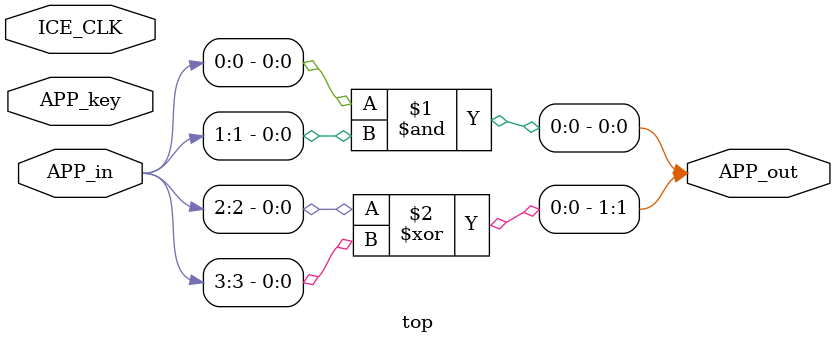
<source format=v>
`default_nettype none

module top (
    input wire ICE_CLK,
    input wire [3:0] APP_in,
    input wire [2:0] APP_key,
    output wire [1:0] APP_out,
);

// the same circuit as before, now with a key of 101
assign APP_out[0] = APP_in[0] & APP_in[1];
assign APP_out[1] = APP_in[2] ^ APP_in[3];

endmodule

</source>
